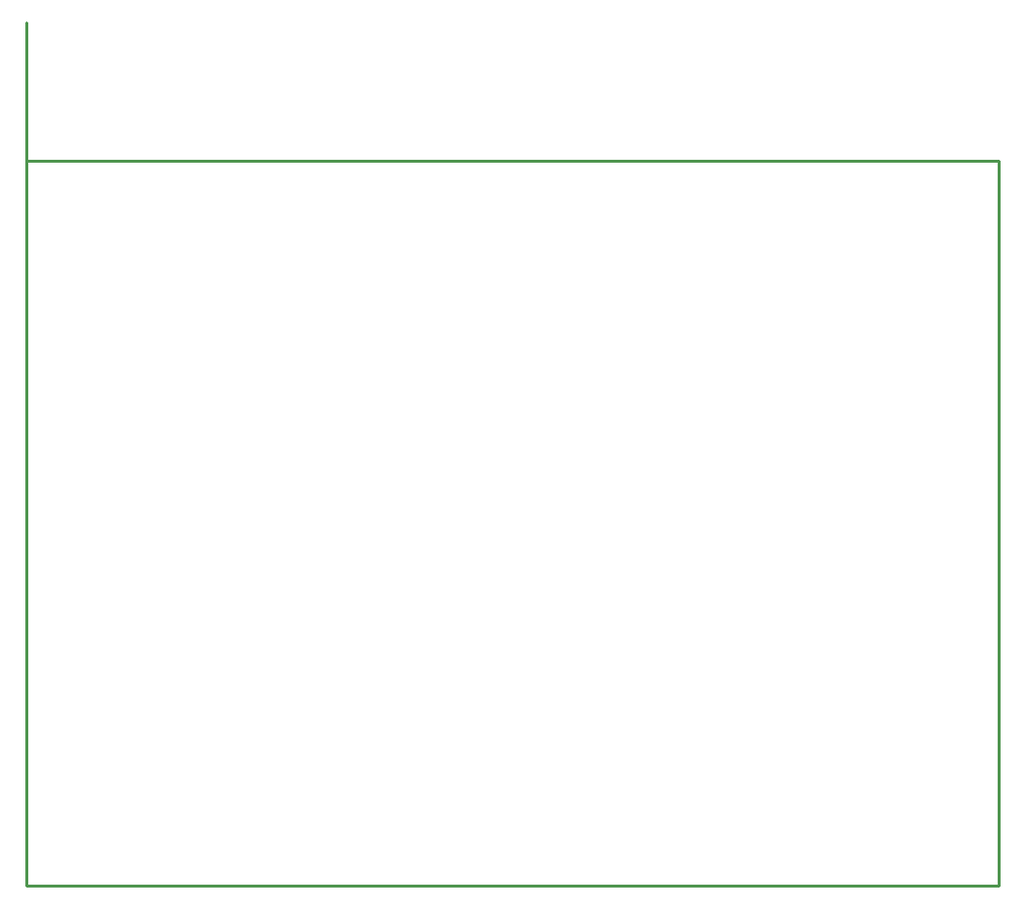
<source format=gko>
G04 Layer: BoardOutlineLayer*
G04 EasyEDA v6.5.22, 2023-01-16 17:42:31*
G04 f8123aca958c4c3ea5a118542eafadee,9c419fbbf7cf4e6293d4911e9c662303,10*
G04 Gerber Generator version 0.2*
G04 Scale: 100 percent, Rotated: No, Reflected: No *
G04 Dimensions in inches *
G04 leading zeros omitted , absolute positions ,3 integer and 6 decimal *
%FSLAX36Y36*%
%MOIN*%

%ADD10C,0.0100*%
D10*
X275599Y3543299D02*
G01*
X275599Y3070000D01*
X3600000Y3070000D01*
X3600000Y590500D01*
X275599Y590500D01*
X275599Y3543299D01*

%LPD*%
M02*

</source>
